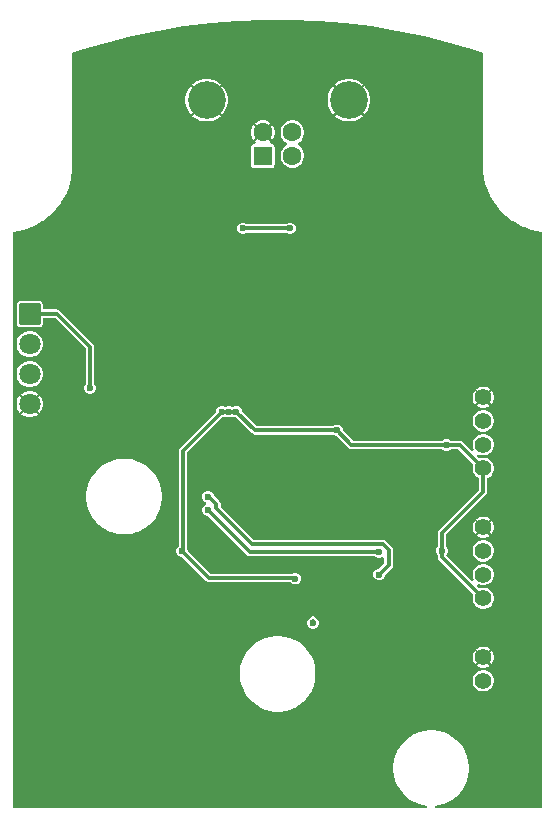
<source format=gbl>
G04*
G04 #@! TF.GenerationSoftware,Altium Limited,Altium Designer,22.3.1 (43)*
G04*
G04 Layer_Physical_Order=2*
G04 Layer_Color=9720587*
%FSLAX42Y42*%
%MOMM*%
G71*
G04*
G04 #@! TF.SameCoordinates,4198B530-315D-40FA-A6EC-FFF3DE07C210*
G04*
G04*
G04 #@! TF.FilePolarity,Positive*
G04*
G01*
G75*
%ADD37C,0.30*%
%ADD39C,1.40*%
%ADD40C,1.80*%
G04:AMPARAMS|DCode=41|XSize=1.8mm|YSize=1.8mm|CornerRadius=0.09mm|HoleSize=0mm|Usage=FLASHONLY|Rotation=270.000|XOffset=0mm|YOffset=0mm|HoleType=Round|Shape=RoundedRectangle|*
%AMROUNDEDRECTD41*
21,1,1.80,1.62,0,0,270.0*
21,1,1.62,1.80,0,0,270.0*
1,1,0.18,-0.81,-0.81*
1,1,0.18,-0.81,0.81*
1,1,0.18,0.81,0.81*
1,1,0.18,0.81,-0.81*
%
%ADD41ROUNDEDRECTD41*%
G04:AMPARAMS|DCode=42|XSize=1.6mm|YSize=1.6mm|CornerRadius=0.08mm|HoleSize=0mm|Usage=FLASHONLY|Rotation=180.000|XOffset=0mm|YOffset=0mm|HoleType=Round|Shape=RoundedRectangle|*
%AMROUNDEDRECTD42*
21,1,1.60,1.44,0,0,180.0*
21,1,1.44,1.60,0,0,180.0*
1,1,0.16,-0.72,0.72*
1,1,0.16,0.72,0.72*
1,1,0.16,0.72,-0.72*
1,1,0.16,-0.72,-0.72*
%
%ADD42ROUNDEDRECTD42*%
%ADD43C,3.20*%
%ADD44C,1.60*%
%ADD45C,0.60*%
G36*
X2413Y6739D02*
X2640Y6729D01*
X2866Y6711D01*
X3091Y6683D01*
X3314Y6646D01*
X3536Y6599D01*
X3756Y6543D01*
X3973Y6479D01*
X4039Y6456D01*
X4039Y5500D01*
X4039Y5499D01*
X4039Y5498D01*
X4040Y5465D01*
X4041Y5462D01*
X4040Y5459D01*
X4049Y5394D01*
X4050Y5391D01*
X4051Y5387D01*
X4067Y5323D01*
X4069Y5320D01*
X4070Y5316D01*
X4095Y5255D01*
X4097Y5252D01*
X4099Y5248D01*
X4131Y5192D01*
X4134Y5189D01*
X4136Y5185D01*
X4176Y5133D01*
X4179Y5130D01*
X4181Y5127D01*
X4227Y5081D01*
X4230Y5079D01*
X4233Y5076D01*
X4285Y5036D01*
X4289Y5034D01*
X4292Y5031D01*
X4348Y4999D01*
X4352Y4997D01*
X4355Y4995D01*
X4416Y4970D01*
X4420Y4969D01*
X4423Y4967D01*
X4487Y4951D01*
X4491Y4950D01*
X4494Y4949D01*
X4539Y4943D01*
Y61D01*
X3634D01*
X3633Y81D01*
X3661Y85D01*
X3663Y85D01*
X3664Y85D01*
X3702Y96D01*
X3703Y96D01*
X3704Y96D01*
X3741Y112D01*
X3742Y112D01*
X3743Y113D01*
X3777Y132D01*
X3778Y133D01*
X3779Y134D01*
X3811Y158D01*
X3812Y159D01*
X3813Y160D01*
X3840Y187D01*
X3841Y188D01*
X3842Y189D01*
X3866Y221D01*
X3867Y222D01*
X3868Y223D01*
X3887Y257D01*
X3888Y258D01*
X3888Y259D01*
X3904Y296D01*
X3904Y297D01*
X3904Y298D01*
X3915Y336D01*
X3915Y337D01*
X3915Y339D01*
X3920Y378D01*
X3920Y379D01*
X3920Y380D01*
Y420D01*
X3920Y421D01*
X3920Y422D01*
X3915Y461D01*
X3915Y463D01*
X3915Y464D01*
X3904Y502D01*
X3904Y503D01*
X3904Y504D01*
X3888Y541D01*
X3888Y542D01*
X3887Y543D01*
X3868Y577D01*
X3867Y578D01*
X3866Y579D01*
X3842Y611D01*
X3841Y612D01*
X3840Y613D01*
X3813Y640D01*
X3812Y641D01*
X3811Y642D01*
X3779Y666D01*
X3778Y667D01*
X3777Y668D01*
X3743Y687D01*
X3742Y688D01*
X3741Y688D01*
X3704Y704D01*
X3703Y704D01*
X3702Y704D01*
X3664Y715D01*
X3663Y715D01*
X3661Y715D01*
X3622Y720D01*
X3621Y720D01*
X3620Y720D01*
X3580D01*
X3579Y720D01*
X3578Y720D01*
X3539Y715D01*
X3537Y715D01*
X3536Y715D01*
X3498Y704D01*
X3497Y704D01*
X3496Y704D01*
X3459Y688D01*
X3458Y688D01*
X3457Y687D01*
X3423Y668D01*
X3422Y667D01*
X3421Y666D01*
X3389Y642D01*
X3388Y641D01*
X3387Y640D01*
X3360Y613D01*
X3359Y612D01*
X3358Y611D01*
X3334Y579D01*
X3333Y578D01*
X3332Y577D01*
X3313Y543D01*
X3312Y542D01*
X3312Y541D01*
X3296Y504D01*
X3296Y503D01*
X3296Y502D01*
X3285Y464D01*
X3285Y463D01*
X3285Y461D01*
X3280Y422D01*
X3280Y421D01*
X3280Y420D01*
Y380D01*
X3280Y379D01*
X3280Y378D01*
X3285Y339D01*
X3285Y337D01*
X3285Y336D01*
X3296Y298D01*
X3296Y297D01*
X3296Y296D01*
X3312Y259D01*
X3312Y258D01*
X3313Y257D01*
X3332Y223D01*
X3333Y222D01*
X3334Y221D01*
X3358Y189D01*
X3359Y188D01*
X3360Y187D01*
X3387Y160D01*
X3388Y159D01*
X3389Y158D01*
X3421Y134D01*
X3422Y133D01*
X3423Y132D01*
X3457Y113D01*
X3458Y112D01*
X3459Y112D01*
X3496Y96D01*
X3497Y96D01*
X3498Y96D01*
X3536Y85D01*
X3537Y85D01*
X3539Y85D01*
X3567Y81D01*
X3566Y61D01*
X61D01*
Y4943D01*
X106Y4949D01*
X109Y4950D01*
X113Y4951D01*
X177Y4967D01*
X180Y4969D01*
X184Y4970D01*
X245Y4995D01*
X248Y4997D01*
X252Y4999D01*
X308Y5031D01*
X311Y5034D01*
X315Y5036D01*
X367Y5076D01*
X370Y5079D01*
X373Y5081D01*
X419Y5127D01*
X421Y5130D01*
X424Y5133D01*
X464Y5185D01*
X466Y5189D01*
X469Y5192D01*
X501Y5248D01*
X503Y5252D01*
X505Y5255D01*
X530Y5316D01*
X531Y5320D01*
X533Y5323D01*
X549Y5387D01*
X550Y5391D01*
X551Y5394D01*
X560Y5459D01*
X559Y5462D01*
X560Y5465D01*
X561Y5498D01*
X561Y5499D01*
X561Y5500D01*
X561Y6456D01*
X627Y6479D01*
X844Y6543D01*
X1064Y6599D01*
X1286Y6646D01*
X1509Y6683D01*
X1734Y6711D01*
X1960Y6729D01*
X2187Y6739D01*
X2413Y6739D01*
D02*
G37*
%LPC*%
G36*
X2920Y6235D02*
X2884D01*
X2849Y6229D01*
X2817Y6215D01*
X2787Y6195D01*
X2782Y6190D01*
X2902Y6070D01*
X3022Y6190D01*
X3017Y6195D01*
X2987Y6215D01*
X2955Y6229D01*
X2920Y6235D01*
D02*
G37*
G36*
X1716D02*
X1680D01*
X1645Y6229D01*
X1613Y6215D01*
X1583Y6195D01*
X1578Y6190D01*
X1698Y6070D01*
X1818Y6190D01*
X1813Y6195D01*
X1783Y6215D01*
X1751Y6229D01*
X1716Y6235D01*
D02*
G37*
G36*
X2768Y6176D02*
X2762Y6170D01*
X2742Y6141D01*
X2729Y6108D01*
X2722Y6073D01*
Y6038D01*
X2729Y6003D01*
X2742Y5970D01*
X2762Y5941D01*
X2768Y5935D01*
X2888Y6056D01*
X2768Y6176D01*
D02*
G37*
G36*
X3036Y6176D02*
X2916Y6056D01*
X3036Y5935D01*
X3042Y5941D01*
X3062Y5970D01*
X3075Y6003D01*
X3082Y6038D01*
Y6073D01*
X3075Y6108D01*
X3062Y6141D01*
X3042Y6170D01*
X3036Y6176D01*
D02*
G37*
G36*
X1832Y6176D02*
X1712Y6056D01*
X1832Y5935D01*
X1838Y5941D01*
X1858Y5970D01*
X1871Y6003D01*
X1878Y6038D01*
Y6073D01*
X1871Y6108D01*
X1858Y6141D01*
X1838Y6170D01*
X1832Y6176D01*
D02*
G37*
G36*
X1564D02*
X1558Y6170D01*
X1538Y6141D01*
X1525Y6108D01*
X1518Y6073D01*
Y6038D01*
X1525Y6003D01*
X1538Y5970D01*
X1558Y5941D01*
X1564Y5935D01*
X1684Y6056D01*
X1564Y6176D01*
D02*
G37*
G36*
X2902Y6041D02*
X2782Y5921D01*
X2787Y5916D01*
X2817Y5896D01*
X2849Y5882D01*
X2884Y5876D01*
X2920D01*
X2955Y5882D01*
X2987Y5896D01*
X3017Y5916D01*
X3022Y5921D01*
X2902Y6041D01*
D02*
G37*
G36*
X1698Y6041D02*
X1578Y5921D01*
X1583Y5916D01*
X1613Y5896D01*
X1645Y5882D01*
X1680Y5876D01*
X1716D01*
X1751Y5882D01*
X1783Y5896D01*
X1813Y5916D01*
X1818Y5921D01*
X1698Y6041D01*
D02*
G37*
G36*
X2188Y5885D02*
X2162D01*
X2136Y5878D01*
X2114Y5865D01*
X2111Y5862D01*
X2175Y5799D01*
X2239Y5862D01*
X2236Y5865D01*
X2214Y5878D01*
X2188Y5885D01*
D02*
G37*
G36*
X2253Y5848D02*
X2189Y5784D01*
X2253Y5721D01*
X2255Y5723D01*
X2268Y5746D01*
X2275Y5771D01*
Y5798D01*
X2268Y5823D01*
X2255Y5846D01*
X2253Y5848D01*
D02*
G37*
G36*
X2097Y5848D02*
X2095Y5846D01*
X2082Y5823D01*
X2075Y5798D01*
Y5771D01*
X2082Y5746D01*
X2095Y5723D01*
X2097Y5721D01*
X2161Y5784D01*
X2097Y5848D01*
D02*
G37*
G36*
X2438Y5885D02*
X2412D01*
X2386Y5878D01*
X2364Y5865D01*
X2345Y5846D01*
X2332Y5823D01*
X2325Y5798D01*
Y5771D01*
X2332Y5746D01*
X2345Y5723D01*
X2364Y5704D01*
X2379Y5695D01*
X2379Y5695D01*
Y5674D01*
X2379Y5674D01*
X2364Y5665D01*
X2345Y5646D01*
X2332Y5623D01*
X2325Y5598D01*
Y5571D01*
X2332Y5546D01*
X2345Y5523D01*
X2364Y5504D01*
X2386Y5491D01*
X2412Y5485D01*
X2438D01*
X2464Y5491D01*
X2486Y5504D01*
X2505Y5523D01*
X2518Y5546D01*
X2525Y5571D01*
Y5598D01*
X2518Y5623D01*
X2505Y5646D01*
X2486Y5665D01*
X2471Y5674D01*
X2471Y5674D01*
Y5695D01*
X2471Y5695D01*
X2486Y5704D01*
X2505Y5723D01*
X2518Y5746D01*
X2525Y5771D01*
Y5798D01*
X2518Y5823D01*
X2505Y5846D01*
X2486Y5865D01*
X2464Y5878D01*
X2438Y5885D01*
D02*
G37*
G36*
X2175Y5770D02*
X2111Y5707D01*
X2113Y5705D01*
X2113Y5702D01*
X2107Y5685D01*
X2103D01*
X2092Y5683D01*
X2083Y5677D01*
X2077Y5667D01*
X2074Y5656D01*
Y5512D01*
X2077Y5502D01*
X2083Y5492D01*
X2092Y5486D01*
X2103Y5484D01*
X2247D01*
X2258Y5486D01*
X2267Y5492D01*
X2273Y5502D01*
X2276Y5512D01*
Y5656D01*
X2273Y5667D01*
X2267Y5677D01*
X2258Y5683D01*
X2247Y5685D01*
X2243D01*
X2237Y5702D01*
X2237Y5705D01*
X2239Y5707D01*
X2175Y5770D01*
D02*
G37*
G36*
X2415Y5020D02*
X2395D01*
X2377Y5012D01*
X2370Y5006D01*
X2040D01*
X2033Y5012D01*
X2015Y5020D01*
X1995D01*
X1977Y5012D01*
X1963Y4998D01*
X1955Y4980D01*
Y4960D01*
X1963Y4942D01*
X1977Y4928D01*
X1995Y4920D01*
X2015D01*
X2033Y4928D01*
X2040Y4934D01*
X2370D01*
X2377Y4928D01*
X2395Y4920D01*
X2415D01*
X2433Y4928D01*
X2447Y4942D01*
X2455Y4960D01*
Y4980D01*
X2447Y4998D01*
X2433Y5012D01*
X2415Y5020D01*
D02*
G37*
G36*
X214Y4100D02*
X186D01*
X158Y4093D01*
X132Y4078D01*
X112Y4058D01*
X97Y4032D01*
X90Y4004D01*
Y3976D01*
X97Y3948D01*
X112Y3922D01*
X132Y3902D01*
X158Y3887D01*
X186Y3880D01*
X214D01*
X242Y3887D01*
X268Y3902D01*
X288Y3922D01*
X303Y3948D01*
X310Y3976D01*
Y4004D01*
X303Y4032D01*
X288Y4058D01*
X268Y4078D01*
X242Y4093D01*
X214Y4100D01*
D02*
G37*
G36*
Y3846D02*
X186D01*
X158Y3839D01*
X132Y3824D01*
X112Y3804D01*
X97Y3778D01*
X90Y3750D01*
Y3722D01*
X97Y3694D01*
X112Y3668D01*
X132Y3648D01*
X158Y3633D01*
X186Y3626D01*
X214D01*
X242Y3633D01*
X268Y3648D01*
X288Y3668D01*
X303Y3694D01*
X310Y3722D01*
Y3750D01*
X303Y3778D01*
X288Y3804D01*
X268Y3824D01*
X242Y3839D01*
X214Y3846D01*
D02*
G37*
G36*
X281Y4355D02*
X119D01*
X108Y4352D01*
X98Y4346D01*
X92Y4336D01*
X89Y4325D01*
Y4163D01*
X92Y4152D01*
X98Y4142D01*
X108Y4136D01*
X119Y4133D01*
X281D01*
X292Y4136D01*
X302Y4142D01*
X308Y4152D01*
X311Y4163D01*
Y4214D01*
X415D01*
X674Y3955D01*
Y3655D01*
X668Y3648D01*
X660Y3630D01*
Y3610D01*
X668Y3592D01*
X682Y3578D01*
X700Y3570D01*
X720D01*
X738Y3578D01*
X752Y3592D01*
X760Y3610D01*
Y3630D01*
X752Y3648D01*
X746Y3655D01*
Y3970D01*
X743Y3984D01*
X735Y3995D01*
X455Y4275D01*
X444Y4283D01*
X430Y4286D01*
X311D01*
Y4325D01*
X308Y4336D01*
X302Y4346D01*
X292Y4352D01*
X281Y4355D01*
D02*
G37*
G36*
X4052Y3630D02*
X4028D01*
X4005Y3624D01*
X3985Y3612D01*
X3983Y3611D01*
X4040Y3554D01*
X4097Y3611D01*
X4095Y3612D01*
X4075Y3624D01*
X4052Y3630D01*
D02*
G37*
G36*
X214Y3592D02*
X186D01*
X158Y3585D01*
X132Y3570D01*
X129Y3567D01*
X200Y3496D01*
X271Y3567D01*
X268Y3570D01*
X242Y3585D01*
X214Y3592D01*
D02*
G37*
G36*
X4111Y3597D02*
X4054Y3540D01*
X4111Y3483D01*
X4112Y3485D01*
X4124Y3505D01*
X4130Y3528D01*
Y3552D01*
X4124Y3575D01*
X4112Y3595D01*
X4111Y3597D01*
D02*
G37*
G36*
X3969D02*
X3968Y3595D01*
X3956Y3575D01*
X3950Y3552D01*
Y3528D01*
X3956Y3505D01*
X3968Y3485D01*
X3969Y3483D01*
X4026Y3540D01*
X3969Y3597D01*
D02*
G37*
G36*
X1960Y3470D02*
X1940D01*
X1922Y3462D01*
X1920Y3461D01*
X1918Y3462D01*
X1900Y3470D01*
X1880D01*
X1862Y3462D01*
X1860Y3461D01*
X1858Y3462D01*
X1840Y3470D01*
X1820D01*
X1802Y3462D01*
X1788Y3448D01*
X1780Y3430D01*
Y3420D01*
X1475Y3115D01*
X1467Y3104D01*
X1464Y3090D01*
Y2283D01*
X1462Y2282D01*
X1448Y2268D01*
X1440Y2250D01*
Y2230D01*
X1448Y2212D01*
X1462Y2198D01*
X1480Y2190D01*
X1490D01*
X1696Y1984D01*
X1707Y1976D01*
X1721Y1973D01*
X2410D01*
X2421Y1963D01*
X2439Y1956D01*
X2459D01*
X2477Y1963D01*
X2491Y1977D01*
X2499Y1996D01*
Y2016D01*
X2491Y2034D01*
X2477Y2048D01*
X2459Y2056D01*
X2439D01*
X2421Y2048D01*
X2417Y2045D01*
X1736D01*
X1540Y2240D01*
Y2250D01*
X1536Y2260D01*
Y3075D01*
X1830Y3370D01*
X1840D01*
X1858Y3378D01*
X1860Y3379D01*
X1862Y3378D01*
X1880Y3370D01*
X1900D01*
X1918Y3378D01*
X1920Y3379D01*
X1922Y3378D01*
X1940Y3370D01*
X1950D01*
X2085Y3235D01*
X2096Y3227D01*
X2110Y3224D01*
X2767D01*
X2774Y3218D01*
X2792Y3210D01*
X2802D01*
X2899Y3113D01*
X2911Y3105D01*
X2924Y3102D01*
X3695D01*
X3701Y3096D01*
X3720Y3088D01*
X3740D01*
X3758Y3096D01*
X3765Y3102D01*
X3827D01*
X3956Y2974D01*
X3950Y2952D01*
Y2928D01*
X3956Y2905D01*
X3968Y2885D01*
X3985Y2868D01*
X4004Y2857D01*
Y2757D01*
X3666Y2419D01*
X3659Y2408D01*
X3656Y2394D01*
Y2276D01*
X3649Y2270D01*
X3641Y2251D01*
Y2231D01*
X3649Y2213D01*
X3656Y2206D01*
Y2189D01*
X3659Y2175D01*
X3666Y2163D01*
X3956Y1874D01*
X3950Y1852D01*
Y1828D01*
X3956Y1805D01*
X3968Y1785D01*
X3985Y1768D01*
X4005Y1756D01*
X4028Y1750D01*
X4052D01*
X4075Y1756D01*
X4095Y1768D01*
X4112Y1785D01*
X4124Y1805D01*
X4130Y1828D01*
Y1852D01*
X4124Y1875D01*
X4112Y1895D01*
X4095Y1912D01*
X4075Y1924D01*
X4052Y1930D01*
X4028D01*
X4006Y1924D01*
X3987Y1944D01*
X3999Y1960D01*
X4005Y1956D01*
X4028Y1950D01*
X4052D01*
X4075Y1956D01*
X4095Y1968D01*
X4112Y1985D01*
X4124Y2005D01*
X4130Y2028D01*
Y2052D01*
X4124Y2075D01*
X4112Y2095D01*
X4095Y2112D01*
X4075Y2124D01*
X4052Y2130D01*
X4028D01*
X4005Y2124D01*
X3985Y2112D01*
X3968Y2095D01*
X3956Y2075D01*
X3950Y2052D01*
Y2028D01*
X3956Y2005D01*
X3960Y1999D01*
X3944Y1987D01*
X3727Y2203D01*
Y2206D01*
X3734Y2213D01*
X3741Y2231D01*
Y2251D01*
X3734Y2270D01*
X3727Y2276D01*
Y2379D01*
X4065Y2717D01*
X4073Y2729D01*
X4076Y2743D01*
Y2857D01*
X4095Y2868D01*
X4112Y2885D01*
X4124Y2905D01*
X4130Y2928D01*
Y2952D01*
X4124Y2975D01*
X4112Y2995D01*
X4095Y3012D01*
X4075Y3024D01*
X4052Y3030D01*
X4028D01*
X4006Y3024D01*
X3987Y3044D01*
X3999Y3060D01*
X4005Y3056D01*
X4028Y3050D01*
X4052D01*
X4075Y3056D01*
X4095Y3068D01*
X4112Y3085D01*
X4124Y3105D01*
X4130Y3128D01*
Y3152D01*
X4124Y3175D01*
X4112Y3195D01*
X4095Y3212D01*
X4075Y3224D01*
X4052Y3230D01*
X4028D01*
X4005Y3224D01*
X3985Y3212D01*
X3968Y3195D01*
X3956Y3175D01*
X3950Y3152D01*
Y3128D01*
X3956Y3105D01*
X3960Y3099D01*
X3944Y3087D01*
X3867Y3163D01*
X3856Y3171D01*
X3842Y3174D01*
X3765D01*
X3758Y3180D01*
X3740Y3188D01*
X3720D01*
X3701Y3180D01*
X3695Y3174D01*
X2939D01*
X2852Y3260D01*
Y3270D01*
X2845Y3288D01*
X2831Y3302D01*
X2812Y3310D01*
X2792D01*
X2774Y3302D01*
X2767Y3296D01*
X2125D01*
X2000Y3420D01*
Y3430D01*
X1992Y3448D01*
X1978Y3462D01*
X1960Y3470D01*
D02*
G37*
G36*
X4040Y3526D02*
X3983Y3469D01*
X3985Y3468D01*
X4005Y3456D01*
X4028Y3450D01*
X4052D01*
X4075Y3456D01*
X4095Y3468D01*
X4097Y3469D01*
X4040Y3526D01*
D02*
G37*
G36*
X285Y3553D02*
X214Y3482D01*
X285Y3411D01*
X288Y3414D01*
X303Y3440D01*
X310Y3468D01*
Y3496D01*
X303Y3524D01*
X288Y3550D01*
X285Y3553D01*
D02*
G37*
G36*
X115D02*
X112Y3550D01*
X97Y3524D01*
X90Y3496D01*
Y3468D01*
X97Y3440D01*
X112Y3414D01*
X115Y3411D01*
X186Y3482D01*
X115Y3553D01*
D02*
G37*
G36*
X200Y3468D02*
X129Y3397D01*
X132Y3394D01*
X158Y3379D01*
X186Y3372D01*
X214D01*
X242Y3379D01*
X268Y3394D01*
X271Y3397D01*
X200Y3468D01*
D02*
G37*
G36*
X4052Y3430D02*
X4028D01*
X4005Y3424D01*
X3985Y3412D01*
X3968Y3395D01*
X3956Y3375D01*
X3950Y3352D01*
Y3328D01*
X3956Y3305D01*
X3968Y3285D01*
X3985Y3268D01*
X4005Y3256D01*
X4028Y3250D01*
X4052D01*
X4075Y3256D01*
X4095Y3268D01*
X4112Y3285D01*
X4124Y3305D01*
X4130Y3328D01*
Y3352D01*
X4124Y3375D01*
X4112Y3395D01*
X4095Y3412D01*
X4075Y3424D01*
X4052Y3430D01*
D02*
G37*
G36*
X1020Y3020D02*
X980D01*
X979Y3020D01*
X978Y3020D01*
X939Y3015D01*
X937Y3015D01*
X936Y3015D01*
X898Y3004D01*
X897Y3004D01*
X896Y3004D01*
X859Y2988D01*
X858Y2988D01*
X857Y2987D01*
X823Y2968D01*
X822Y2967D01*
X821Y2966D01*
X789Y2942D01*
X788Y2941D01*
X787Y2940D01*
X760Y2913D01*
X759Y2912D01*
X758Y2911D01*
X734Y2879D01*
X733Y2878D01*
X732Y2877D01*
X713Y2843D01*
X712Y2842D01*
X712Y2841D01*
X696Y2804D01*
X696Y2803D01*
X696Y2802D01*
X685Y2764D01*
X685Y2763D01*
X685Y2761D01*
X680Y2722D01*
X680Y2721D01*
X680Y2720D01*
Y2680D01*
X680Y2679D01*
X680Y2678D01*
X685Y2639D01*
X685Y2637D01*
X685Y2636D01*
X696Y2598D01*
X696Y2597D01*
X696Y2596D01*
X712Y2559D01*
X712Y2558D01*
X713Y2557D01*
X732Y2523D01*
X733Y2522D01*
X734Y2521D01*
X758Y2489D01*
X759Y2488D01*
X760Y2487D01*
X787Y2460D01*
X788Y2459D01*
X789Y2458D01*
X821Y2434D01*
X822Y2433D01*
X823Y2432D01*
X857Y2413D01*
X858Y2412D01*
X859Y2412D01*
X896Y2396D01*
X897Y2396D01*
X898Y2396D01*
X936Y2385D01*
X937Y2385D01*
X939Y2385D01*
X978Y2380D01*
X979Y2380D01*
X980Y2380D01*
X1020D01*
X1021Y2380D01*
X1022Y2380D01*
X1061Y2385D01*
X1063Y2385D01*
X1064Y2385D01*
X1102Y2396D01*
X1103Y2396D01*
X1104Y2396D01*
X1141Y2412D01*
X1142Y2412D01*
X1143Y2413D01*
X1177Y2432D01*
X1178Y2433D01*
X1179Y2434D01*
X1211Y2458D01*
X1212Y2459D01*
X1213Y2460D01*
X1240Y2487D01*
X1241Y2488D01*
X1242Y2489D01*
X1266Y2521D01*
X1267Y2522D01*
X1268Y2523D01*
X1287Y2557D01*
X1288Y2558D01*
X1288Y2559D01*
X1304Y2596D01*
X1304Y2597D01*
X1304Y2598D01*
X1315Y2636D01*
X1315Y2637D01*
X1315Y2639D01*
X1320Y2678D01*
X1320Y2679D01*
X1320Y2680D01*
Y2720D01*
X1320Y2721D01*
X1320Y2722D01*
X1315Y2761D01*
X1315Y2763D01*
X1315Y2764D01*
X1304Y2802D01*
X1304Y2803D01*
X1304Y2804D01*
X1288Y2841D01*
X1288Y2842D01*
X1287Y2843D01*
X1268Y2877D01*
X1267Y2878D01*
X1266Y2879D01*
X1242Y2911D01*
X1241Y2912D01*
X1240Y2913D01*
X1213Y2940D01*
X1212Y2941D01*
X1211Y2942D01*
X1179Y2966D01*
X1178Y2967D01*
X1177Y2968D01*
X1143Y2987D01*
X1142Y2988D01*
X1141Y2988D01*
X1104Y3004D01*
X1103Y3004D01*
X1102Y3004D01*
X1064Y3015D01*
X1063Y3015D01*
X1061Y3015D01*
X1022Y3020D01*
X1021Y3020D01*
X1020Y3020D01*
D02*
G37*
G36*
X4052Y2530D02*
X4028D01*
X4005Y2524D01*
X3985Y2512D01*
X3983Y2511D01*
X4040Y2454D01*
X4097Y2511D01*
X4095Y2512D01*
X4075Y2524D01*
X4052Y2530D01*
D02*
G37*
G36*
X3969Y2497D02*
X3968Y2495D01*
X3956Y2475D01*
X3950Y2452D01*
Y2428D01*
X3956Y2405D01*
X3968Y2385D01*
X3969Y2383D01*
X4026Y2440D01*
X3969Y2497D01*
D02*
G37*
G36*
X4111Y2497D02*
X4054Y2440D01*
X4111Y2383D01*
X4112Y2385D01*
X4124Y2405D01*
X4130Y2428D01*
Y2452D01*
X4124Y2475D01*
X4112Y2495D01*
X4111Y2497D01*
D02*
G37*
G36*
X4040Y2426D02*
X3983Y2369D01*
X3985Y2368D01*
X4005Y2356D01*
X4028Y2350D01*
X4052D01*
X4075Y2356D01*
X4095Y2368D01*
X4097Y2369D01*
X4040Y2426D01*
D02*
G37*
G36*
X4052Y2330D02*
X4028D01*
X4005Y2324D01*
X3985Y2312D01*
X3968Y2295D01*
X3956Y2275D01*
X3950Y2252D01*
Y2228D01*
X3956Y2205D01*
X3968Y2185D01*
X3985Y2168D01*
X4005Y2156D01*
X4028Y2150D01*
X4052D01*
X4075Y2156D01*
X4095Y2168D01*
X4112Y2185D01*
X4124Y2205D01*
X4130Y2228D01*
Y2252D01*
X4124Y2275D01*
X4112Y2295D01*
X4095Y2312D01*
X4075Y2324D01*
X4052Y2330D01*
D02*
G37*
G36*
X1720Y2750D02*
X1700D01*
X1682Y2742D01*
X1668Y2728D01*
X1660Y2710D01*
Y2690D01*
X1668Y2672D01*
X1682Y2658D01*
X1692Y2653D01*
X1692Y2632D01*
X1681Y2627D01*
X1667Y2613D01*
X1659Y2595D01*
Y2575D01*
X1667Y2557D01*
X1681Y2543D01*
X1699Y2535D01*
X1709D01*
X2039Y2205D01*
X2051Y2197D01*
X2064Y2194D01*
X3125D01*
X3132Y2188D01*
X3150Y2180D01*
X3170D01*
X3184Y2186D01*
X3198Y2180D01*
X3204Y2175D01*
Y2135D01*
X3160Y2090D01*
X3150D01*
X3132Y2082D01*
X3118Y2068D01*
X3110Y2050D01*
Y2030D01*
X3118Y2012D01*
X3132Y1998D01*
X3150Y1990D01*
X3170D01*
X3188Y1998D01*
X3202Y2012D01*
X3210Y2030D01*
Y2040D01*
X3265Y2095D01*
X3273Y2106D01*
X3276Y2120D01*
Y2250D01*
X3273Y2264D01*
X3265Y2275D01*
X3215Y2325D01*
X3204Y2333D01*
X3190Y2336D01*
X2095D01*
X1816Y2615D01*
Y2640D01*
X1813Y2654D01*
X1805Y2665D01*
X1760Y2711D01*
X1752Y2728D01*
X1738Y2742D01*
X1720Y2750D01*
D02*
G37*
G36*
X2600Y1686D02*
X2586Y1683D01*
X2575Y1675D01*
X2573Y1673D01*
X2572Y1672D01*
X2558Y1658D01*
X2550Y1640D01*
Y1620D01*
X2558Y1602D01*
X2572Y1588D01*
X2590Y1580D01*
X2610D01*
X2628Y1588D01*
X2642Y1602D01*
X2650Y1620D01*
Y1640D01*
X2642Y1658D01*
X2628Y1672D01*
X2627Y1673D01*
X2625Y1675D01*
X2614Y1683D01*
X2600Y1686D01*
D02*
G37*
G36*
X2320Y1520D02*
X2280D01*
X2279Y1520D01*
X2278Y1520D01*
X2239Y1515D01*
X2237Y1515D01*
X2236Y1515D01*
X2198Y1504D01*
X2197Y1504D01*
X2196Y1504D01*
X2159Y1488D01*
X2158Y1488D01*
X2157Y1487D01*
X2123Y1468D01*
X2122Y1467D01*
X2121Y1466D01*
X2089Y1442D01*
X2088Y1441D01*
X2087Y1440D01*
X2060Y1413D01*
X2059Y1412D01*
X2058Y1411D01*
X2034Y1379D01*
X2033Y1378D01*
X2032Y1377D01*
X2013Y1343D01*
X2012Y1342D01*
X2012Y1341D01*
X1996Y1304D01*
X1996Y1303D01*
X1996Y1302D01*
X1985Y1264D01*
X1985Y1263D01*
X1985Y1261D01*
X1980Y1222D01*
X1980Y1221D01*
X1980Y1220D01*
Y1180D01*
X1980Y1179D01*
X1980Y1178D01*
X1985Y1139D01*
X1985Y1137D01*
X1985Y1136D01*
X1996Y1098D01*
X1996Y1097D01*
X1996Y1096D01*
X2012Y1059D01*
X2012Y1058D01*
X2013Y1057D01*
X2032Y1023D01*
X2033Y1022D01*
X2034Y1021D01*
X2058Y989D01*
X2059Y988D01*
X2060Y987D01*
X2087Y960D01*
X2088Y959D01*
X2089Y958D01*
X2121Y934D01*
X2122Y933D01*
X2123Y932D01*
X2157Y913D01*
X2158Y912D01*
X2159Y912D01*
X2196Y896D01*
X2197Y896D01*
X2198Y896D01*
X2236Y885D01*
X2237Y885D01*
X2239Y885D01*
X2278Y880D01*
X2279Y880D01*
X2280Y880D01*
X2320D01*
X2321Y880D01*
X2322Y880D01*
X2361Y885D01*
X2363Y885D01*
X2364Y885D01*
X2402Y896D01*
X2403Y896D01*
X2404Y896D01*
X2441Y912D01*
X2442Y912D01*
X2443Y913D01*
X2477Y932D01*
X2478Y933D01*
X2479Y934D01*
X2511Y958D01*
X2512Y959D01*
X2513Y960D01*
X2540Y987D01*
X2541Y988D01*
X2542Y989D01*
X2566Y1021D01*
X2567Y1022D01*
X2568Y1023D01*
X2587Y1057D01*
X2588Y1058D01*
X2588Y1059D01*
X2604Y1096D01*
X2604Y1097D01*
X2604Y1098D01*
X2615Y1136D01*
X2615Y1137D01*
X2615Y1139D01*
X2620Y1178D01*
X2620Y1179D01*
X2620Y1180D01*
Y1220D01*
X2620Y1221D01*
X2620Y1222D01*
X2615Y1261D01*
X2615Y1263D01*
X2615Y1264D01*
X2604Y1302D01*
X2604Y1303D01*
X2604Y1304D01*
X2588Y1341D01*
X2588Y1342D01*
X2587Y1343D01*
X2568Y1377D01*
X2567Y1378D01*
X2566Y1379D01*
X2542Y1411D01*
X2541Y1412D01*
X2540Y1413D01*
X2513Y1440D01*
X2512Y1441D01*
X2511Y1442D01*
X2479Y1466D01*
X2478Y1467D01*
X2477Y1468D01*
X2443Y1487D01*
X2442Y1488D01*
X2441Y1488D01*
X2404Y1504D01*
X2403Y1504D01*
X2402Y1504D01*
X2364Y1515D01*
X2363Y1515D01*
X2361Y1515D01*
X2322Y1520D01*
X2321Y1520D01*
X2320Y1520D01*
D02*
G37*
G36*
X4052Y1430D02*
X4028D01*
X4005Y1424D01*
X3985Y1412D01*
X3983Y1411D01*
X4040Y1354D01*
X4097Y1411D01*
X4095Y1412D01*
X4075Y1424D01*
X4052Y1430D01*
D02*
G37*
G36*
X3969Y1397D02*
X3968Y1395D01*
X3956Y1375D01*
X3950Y1352D01*
Y1328D01*
X3956Y1305D01*
X3968Y1285D01*
X3969Y1283D01*
X4026Y1340D01*
X3969Y1397D01*
D02*
G37*
G36*
X4111Y1397D02*
X4054Y1340D01*
X4111Y1283D01*
X4112Y1285D01*
X4124Y1305D01*
X4130Y1328D01*
Y1352D01*
X4124Y1375D01*
X4112Y1395D01*
X4111Y1397D01*
D02*
G37*
G36*
X4040Y1326D02*
X3983Y1269D01*
X3985Y1268D01*
X4005Y1256D01*
X4028Y1250D01*
X4052D01*
X4075Y1256D01*
X4095Y1268D01*
X4097Y1269D01*
X4040Y1326D01*
D02*
G37*
G36*
X4052Y1230D02*
X4028D01*
X4005Y1224D01*
X3985Y1212D01*
X3968Y1195D01*
X3956Y1175D01*
X3950Y1152D01*
Y1128D01*
X3956Y1105D01*
X3968Y1085D01*
X3985Y1068D01*
X4005Y1056D01*
X4028Y1050D01*
X4052D01*
X4075Y1056D01*
X4095Y1068D01*
X4112Y1085D01*
X4124Y1105D01*
X4130Y1128D01*
Y1152D01*
X4124Y1175D01*
X4112Y1195D01*
X4095Y1212D01*
X4075Y1224D01*
X4052Y1230D01*
D02*
G37*
%LPD*%
D37*
X1500Y2250D02*
Y3090D01*
X1830Y3420D01*
X1490Y2240D02*
X1500Y2250D01*
X210Y4250D02*
X430D01*
X710Y3970D01*
Y3620D02*
Y3970D01*
X3691Y2189D02*
Y2241D01*
Y2189D02*
X4040Y1840D01*
X3730Y3138D02*
X3842D01*
X4040Y2940D01*
X2110Y3260D02*
X2802D01*
X1950Y3420D02*
X2110Y3260D01*
X1890Y3420D02*
X1950D01*
X2802Y3260D02*
X2924Y3138D01*
X3730D01*
X2449Y2006D02*
Y2007D01*
X2447Y2009D02*
X2449Y2007D01*
X1721Y2009D02*
X2447D01*
X1490Y2240D02*
X1721Y2009D01*
X3691Y2241D02*
Y2394D01*
X4040Y2743D01*
Y2940D01*
X1709Y2585D02*
X2064Y2230D01*
X3160D01*
Y2040D02*
X3240Y2120D01*
Y2250D01*
X2080Y2300D02*
X3190D01*
X3240Y2250D01*
X1780Y2600D02*
X2080Y2300D01*
X1720Y2700D02*
X1780Y2640D01*
Y2600D02*
Y2640D01*
X1710Y2700D02*
X1720D01*
X2005Y4970D02*
X2405D01*
X1830Y3420D02*
X1890D01*
X2600Y1630D02*
Y1650D01*
D39*
X4040Y3340D02*
D03*
Y2940D02*
D03*
Y3540D02*
D03*
Y3140D02*
D03*
Y2240D02*
D03*
Y1840D02*
D03*
Y2440D02*
D03*
Y2040D02*
D03*
Y1340D02*
D03*
Y1140D02*
D03*
D40*
X200Y3482D02*
D03*
Y3736D02*
D03*
Y3990D02*
D03*
D41*
Y4244D02*
D03*
D42*
X2175Y5585D02*
D03*
D43*
X1698Y6056D02*
D03*
X2902D02*
D03*
D44*
X2425Y5585D02*
D03*
X2175Y5785D02*
D03*
X2425D02*
D03*
D45*
X2630Y5240D02*
D03*
X2210Y5230D02*
D03*
X3130Y2970D02*
D03*
X710Y3620D02*
D03*
X1950Y3420D02*
D03*
X2802Y3260D02*
D03*
X2449Y2006D02*
D03*
X3730Y3138D02*
D03*
X3691Y2241D02*
D03*
X1709Y2585D02*
D03*
X3160Y2230D02*
D03*
X1710Y2700D02*
D03*
X2100Y2400D02*
D03*
X3160Y2040D02*
D03*
X2300Y2400D02*
D03*
X2500D02*
D03*
Y2600D02*
D03*
X2300D02*
D03*
X2100D02*
D03*
X2500Y2800D02*
D03*
X2300D02*
D03*
X2100D02*
D03*
X2405Y4970D02*
D03*
X2005D02*
D03*
X1960Y5320D02*
D03*
X2110Y3420D02*
D03*
X1890D02*
D03*
X1830D02*
D03*
X1630Y2900D02*
D03*
X2600Y1630D02*
D03*
X1610Y2510D02*
D03*
X1490Y2240D02*
D03*
M02*

</source>
